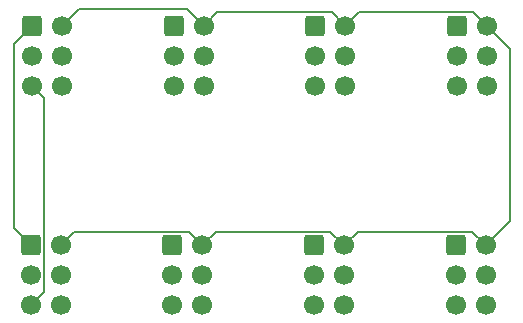
<source format=gbr>
%TF.GenerationSoftware,KiCad,Pcbnew,9.0.6*%
%TF.CreationDate,2026-01-10T14:45:50+11:00*%
%TF.ProjectId,power-expander,706f7765-722d-4657-9870-616e6465722e,rev?*%
%TF.SameCoordinates,Original*%
%TF.FileFunction,Copper,L1,Top*%
%TF.FilePolarity,Positive*%
%FSLAX46Y46*%
G04 Gerber Fmt 4.6, Leading zero omitted, Abs format (unit mm)*
G04 Created by KiCad (PCBNEW 9.0.6) date 2026-01-10 14:45:50*
%MOMM*%
%LPD*%
G01*
G04 APERTURE LIST*
G04 Aperture macros list*
%AMRoundRect*
0 Rectangle with rounded corners*
0 $1 Rounding radius*
0 $2 $3 $4 $5 $6 $7 $8 $9 X,Y pos of 4 corners*
0 Add a 4 corners polygon primitive as box body*
4,1,4,$2,$3,$4,$5,$6,$7,$8,$9,$2,$3,0*
0 Add four circle primitives for the rounded corners*
1,1,$1+$1,$2,$3*
1,1,$1+$1,$4,$5*
1,1,$1+$1,$6,$7*
1,1,$1+$1,$8,$9*
0 Add four rect primitives between the rounded corners*
20,1,$1+$1,$2,$3,$4,$5,0*
20,1,$1+$1,$4,$5,$6,$7,0*
20,1,$1+$1,$6,$7,$8,$9,0*
20,1,$1+$1,$8,$9,$2,$3,0*%
G04 Aperture macros list end*
%TA.AperFunction,ComponentPad*%
%ADD10RoundRect,0.250000X-0.600000X-0.600000X0.600000X-0.600000X0.600000X0.600000X-0.600000X0.600000X0*%
%TD*%
%TA.AperFunction,ComponentPad*%
%ADD11C,1.700000*%
%TD*%
%TA.AperFunction,Conductor*%
%ADD12C,0.200000*%
%TD*%
G04 APERTURE END LIST*
D10*
%TO.P,J8,1,Pin_1*%
%TO.N,12V*%
X88415000Y-77000000D03*
D11*
%TO.P,J8,2,Pin_2*%
%TO.N,-12V*%
X90955000Y-77000000D03*
%TO.P,J8,3,Pin_3*%
%TO.N,GND*%
X88415000Y-79540000D03*
%TO.P,J8,4,Pin_4*%
X90955000Y-79540000D03*
%TO.P,J8,5,Pin_5*%
%TO.N,5V*%
X88415000Y-82080000D03*
%TO.P,J8,6,Pin_6*%
%TO.N,unconnected-(J8-Pin_6-Pad6)*%
X90955000Y-82080000D03*
%TD*%
D10*
%TO.P,J6,1,Pin_1*%
%TO.N,12V*%
X64445000Y-77000000D03*
D11*
%TO.P,J6,2,Pin_2*%
%TO.N,-12V*%
X66985000Y-77000000D03*
%TO.P,J6,3,Pin_3*%
%TO.N,GND*%
X64445000Y-79540000D03*
%TO.P,J6,4,Pin_4*%
X66985000Y-79540000D03*
%TO.P,J6,5,Pin_5*%
%TO.N,5V*%
X64445000Y-82080000D03*
%TO.P,J6,6,Pin_6*%
%TO.N,unconnected-(J6-Pin_6-Pad6)*%
X66985000Y-82080000D03*
%TD*%
D10*
%TO.P,J4,1,Pin_1*%
%TO.N,12V*%
X88520000Y-58420000D03*
D11*
%TO.P,J4,2,Pin_2*%
%TO.N,-12V*%
X91060000Y-58420000D03*
%TO.P,J4,3,Pin_3*%
%TO.N,GND*%
X88520000Y-60960000D03*
%TO.P,J4,4,Pin_4*%
X91060000Y-60960000D03*
%TO.P,J4,5,Pin_5*%
%TO.N,5V*%
X88520000Y-63500000D03*
%TO.P,J4,6,Pin_6*%
%TO.N,unconnected-(J4-Pin_6-Pad6)*%
X91060000Y-63500000D03*
%TD*%
D10*
%TO.P,J7,1,Pin_1*%
%TO.N,12V*%
X76430000Y-77000000D03*
D11*
%TO.P,J7,2,Pin_2*%
%TO.N,-12V*%
X78970000Y-77000000D03*
%TO.P,J7,3,Pin_3*%
%TO.N,GND*%
X76430000Y-79540000D03*
%TO.P,J7,4,Pin_4*%
X78970000Y-79540000D03*
%TO.P,J7,5,Pin_5*%
%TO.N,5V*%
X76430000Y-82080000D03*
%TO.P,J7,6,Pin_6*%
%TO.N,unconnected-(J7-Pin_6-Pad6)*%
X78970000Y-82080000D03*
%TD*%
D10*
%TO.P,J3,1,Pin_1*%
%TO.N,12V*%
X76535000Y-58420000D03*
D11*
%TO.P,J3,2,Pin_2*%
%TO.N,-12V*%
X79075000Y-58420000D03*
%TO.P,J3,3,Pin_3*%
%TO.N,GND*%
X76535000Y-60960000D03*
%TO.P,J3,4,Pin_4*%
X79075000Y-60960000D03*
%TO.P,J3,5,Pin_5*%
%TO.N,5V*%
X76535000Y-63500000D03*
%TO.P,J3,6,Pin_6*%
%TO.N,unconnected-(J3-Pin_6-Pad6)*%
X79075000Y-63500000D03*
%TD*%
D10*
%TO.P,J2,1,Pin_1*%
%TO.N,12V*%
X64550000Y-58420000D03*
D11*
%TO.P,J2,2,Pin_2*%
%TO.N,-12V*%
X67090000Y-58420000D03*
%TO.P,J2,3,Pin_3*%
%TO.N,GND*%
X64550000Y-60960000D03*
%TO.P,J2,4,Pin_4*%
X67090000Y-60960000D03*
%TO.P,J2,5,Pin_5*%
%TO.N,5V*%
X64550000Y-63500000D03*
%TO.P,J2,6,Pin_6*%
%TO.N,unconnected-(J2-Pin_6-Pad6)*%
X67090000Y-63500000D03*
%TD*%
D10*
%TO.P,J5,1,Pin_1*%
%TO.N,12V*%
X52460000Y-77000000D03*
D11*
%TO.P,J5,2,Pin_2*%
%TO.N,-12V*%
X55000000Y-77000000D03*
%TO.P,J5,3,Pin_3*%
%TO.N,GND*%
X52460000Y-79540000D03*
%TO.P,J5,4,Pin_4*%
X55000000Y-79540000D03*
%TO.P,J5,5,Pin_5*%
%TO.N,5V*%
X52460000Y-82080000D03*
%TO.P,J5,6,Pin_6*%
%TO.N,unconnected-(J5-Pin_6-Pad6)*%
X55000000Y-82080000D03*
%TD*%
D10*
%TO.P,J1,1,Pin_1*%
%TO.N,12V*%
X52565000Y-58420000D03*
D11*
%TO.P,J1,2,Pin_2*%
%TO.N,-12V*%
X55105000Y-58420000D03*
%TO.P,J1,3,Pin_3*%
%TO.N,GND*%
X52565000Y-60960000D03*
%TO.P,J1,4,Pin_4*%
X55105000Y-60960000D03*
%TO.P,J1,5,Pin_5*%
%TO.N,5V*%
X52565000Y-63500000D03*
%TO.P,J1,6,Pin_6*%
%TO.N,unconnected-(J1-Pin_6-Pad6)*%
X55105000Y-63500000D03*
%TD*%
D12*
%TO.N,12V*%
X51000000Y-75540000D02*
X52460000Y-77000000D01*
X51000000Y-59985000D02*
X51000000Y-75540000D01*
X52565000Y-58420000D02*
X51000000Y-59985000D01*
%TO.N,-12V*%
X68136000Y-75849000D02*
X66985000Y-77000000D01*
X91060000Y-58420000D02*
X93000000Y-60360000D01*
X56151000Y-75849000D02*
X55000000Y-77000000D01*
X56525000Y-57000000D02*
X65670000Y-57000000D01*
X65834000Y-75849000D02*
X56151000Y-75849000D01*
X79075000Y-58420000D02*
X80226000Y-57269000D01*
X77819000Y-75849000D02*
X68136000Y-75849000D01*
X90955000Y-77000000D02*
X89804000Y-75849000D01*
X78970000Y-77000000D02*
X77819000Y-75849000D01*
X67090000Y-58420000D02*
X68241000Y-57269000D01*
X77924000Y-57269000D02*
X79075000Y-58420000D01*
X93000000Y-74955000D02*
X90955000Y-77000000D01*
X68241000Y-57269000D02*
X77924000Y-57269000D01*
X89909000Y-57269000D02*
X91060000Y-58420000D01*
X80121000Y-75849000D02*
X78970000Y-77000000D01*
X89804000Y-75849000D02*
X80121000Y-75849000D01*
X65670000Y-57000000D02*
X67090000Y-58420000D01*
X66985000Y-77000000D02*
X65834000Y-75849000D01*
X55105000Y-58420000D02*
X56525000Y-57000000D01*
X80226000Y-57269000D02*
X89909000Y-57269000D01*
X93000000Y-60360000D02*
X93000000Y-74955000D01*
%TO.N,5V*%
X53611000Y-64546000D02*
X53611000Y-80929000D01*
X53611000Y-80929000D02*
X52460000Y-82080000D01*
X52565000Y-63500000D02*
X53611000Y-64546000D01*
%TD*%
M02*

</source>
